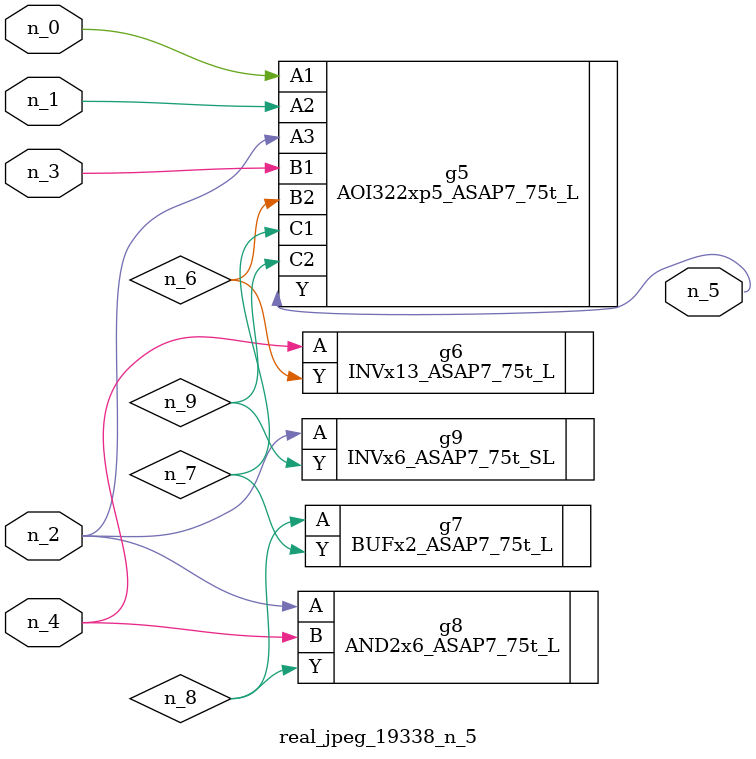
<source format=v>
module real_jpeg_19338_n_5 (n_4, n_0, n_1, n_2, n_3, n_5);

input n_4;
input n_0;
input n_1;
input n_2;
input n_3;

output n_5;

wire n_8;
wire n_6;
wire n_7;
wire n_9;

AOI322xp5_ASAP7_75t_L g5 ( 
.A1(n_0),
.A2(n_1),
.A3(n_2),
.B1(n_3),
.B2(n_6),
.C1(n_7),
.C2(n_9),
.Y(n_5)
);

AND2x6_ASAP7_75t_L g8 ( 
.A(n_2),
.B(n_4),
.Y(n_8)
);

INVx6_ASAP7_75t_SL g9 ( 
.A(n_2),
.Y(n_9)
);

INVx13_ASAP7_75t_L g6 ( 
.A(n_4),
.Y(n_6)
);

BUFx2_ASAP7_75t_L g7 ( 
.A(n_8),
.Y(n_7)
);


endmodule
</source>
